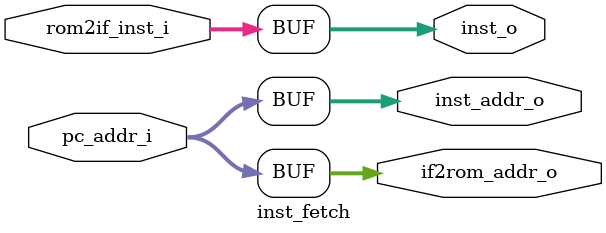
<source format=v>
`timescale 1ns/10ps
module inst_fetch(
    // from pc
    input wire[31:0] pc_addr_i,   

    // from rom      
    input wire[31:0] rom2if_inst_i,  
    // to rom      
    output wire[31:0] if2rom_addr_o,    
    
    // to if_id
    output wire[31:0] inst_addr_o,      
    output wire[31:0] inst_o            
); 

    assign if2rom_addr_o = pc_addr_i;

    assign inst_addr_o = pc_addr_i;
    
    assign inst_o = rom2if_inst_i;

endmodule
</source>
